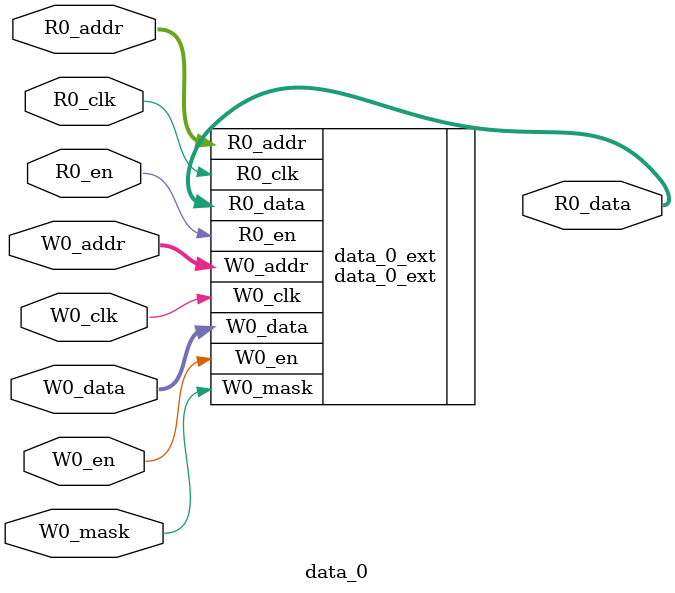
<source format=sv>
`ifndef RANDOMIZE
  `ifdef RANDOMIZE_REG_INIT
    `define RANDOMIZE
  `endif // RANDOMIZE_REG_INIT
`endif // not def RANDOMIZE
`ifndef RANDOMIZE
  `ifdef RANDOMIZE_MEM_INIT
    `define RANDOMIZE
  `endif // RANDOMIZE_MEM_INIT
`endif // not def RANDOMIZE

`ifndef RANDOM
  `define RANDOM $random
`endif // not def RANDOM

// Users can define 'PRINTF_COND' to add an extra gate to prints.
`ifndef PRINTF_COND_
  `ifdef PRINTF_COND
    `define PRINTF_COND_ (`PRINTF_COND)
  `else  // PRINTF_COND
    `define PRINTF_COND_ 1
  `endif // PRINTF_COND
`endif // not def PRINTF_COND_

// Users can define INIT_RANDOM as general code that gets injected into the
// initializer block for modules with registers.
`ifndef INIT_RANDOM
  `define INIT_RANDOM
`endif // not def INIT_RANDOM

// If using random initialization, you can also define RANDOMIZE_DELAY to
// customize the delay used, otherwise 0.002 is used.
`ifndef RANDOMIZE_DELAY
  `define RANDOMIZE_DELAY 0.002
`endif // not def RANDOMIZE_DELAY

// Define INIT_RANDOM_PROLOG_ for use in our modules below.
`ifndef INIT_RANDOM_PROLOG_
  `ifdef RANDOMIZE
    `ifdef VERILATOR
      `define INIT_RANDOM_PROLOG_ `INIT_RANDOM
    `else  // VERILATOR
      `define INIT_RANDOM_PROLOG_ `INIT_RANDOM #`RANDOMIZE_DELAY begin end
    `endif // VERILATOR
  `else  // RANDOMIZE
    `define INIT_RANDOM_PROLOG_
  `endif // RANDOMIZE
`endif // not def INIT_RANDOM_PROLOG_

// Include register initializers in init blocks unless synthesis is set
`ifndef SYNTHESIS
  `ifndef ENABLE_INITIAL_REG_
    `define ENABLE_INITIAL_REG_
  `endif // not def ENABLE_INITIAL_REG_
`endif // not def SYNTHESIS

// Include rmemory initializers in init blocks unless synthesis is set
`ifndef SYNTHESIS
  `ifndef ENABLE_INITIAL_MEM_
    `define ENABLE_INITIAL_MEM_
  `endif // not def ENABLE_INITIAL_MEM_
`endif // not def SYNTHESIS

module data_0(
  input  [10:0] R0_addr,
  input         R0_en,
                R0_clk,
  input  [10:0] W0_addr,
  input         W0_en,
                W0_clk,
  input  [1:0]  W0_data,
  input         W0_mask,
  output [1:0]  R0_data
);

  data_0_ext data_0_ext (
    .R0_addr (R0_addr),
    .R0_en   (R0_en),
    .R0_clk  (R0_clk),
    .W0_addr (W0_addr),
    .W0_en   (W0_en),
    .W0_clk  (W0_clk),
    .W0_data (W0_data),
    .W0_mask (W0_mask),
    .R0_data (R0_data)
  );
endmodule


</source>
